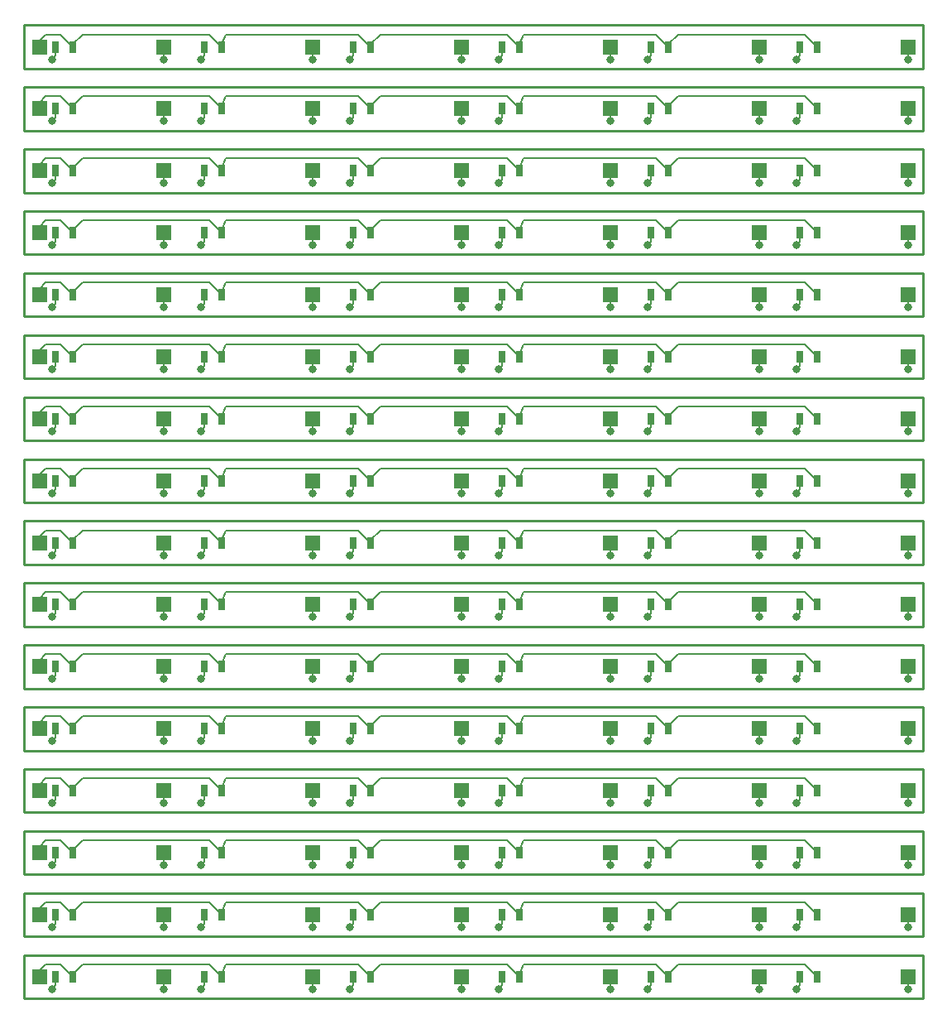
<source format=gbl>
G75*
G70*
%OFA0B0*%
%FSLAX25Y25*%
%IPPOS*%
%LPD*%
%AMOC8*
5,1,8,0,0,1.08239X$1,22.5*
%
%ADD11C,0.01000*%
%ADD14C,0.03170*%
%ADD15C,0.00600*%
%ADD17R,0.03150X0.04720*%
%ADD21R,0.05910X0.05910*%
X0010000Y0010000D02*
G75*
%LPD*%
D11*
X0010000Y0010000D02*
X0010000Y0027460D01*
X0372500Y0027460D01*
X0372500Y0010000D01*
X0010000Y0010000D01*
D17*
X0022710Y0018750D03*
X0029790Y0018750D03*
X0082710Y0018750D03*
X0089790Y0018750D03*
X0142710Y0018750D03*
X0149790Y0018750D03*
X0202710Y0018750D03*
X0209790Y0018750D03*
X0262710Y0018750D03*
X0269790Y0018750D03*
X0322710Y0018750D03*
X0329790Y0018750D03*
D21*
X0306250Y0018750D03*
X0246250Y0018750D03*
X0186250Y0018750D03*
X0126250Y0018750D03*
X0066250Y0018750D03*
X0016250Y0018750D03*
X0366250Y0018750D03*
D15*
X0366250Y0013750D01*
X0322710Y0015210D02*
X0321250Y0013750D01*
X0306250Y0013750D02*
X0306250Y0018750D01*
X0322710Y0018750D02*
X0322710Y0015210D01*
X0262710Y0015210D02*
X0261250Y0013750D01*
X0246250Y0013750D02*
X0246250Y0018750D01*
X0262710Y0018750D02*
X0262710Y0015210D01*
X0202710Y0015210D02*
X0201250Y0013750D01*
X0186250Y0013750D02*
X0186250Y0018750D01*
X0202710Y0018750D02*
X0202710Y0015210D01*
X0209790Y0018750D02*
X0209790Y0019790D01*
X0211250Y0023750D01*
X0264790Y0023750D01*
X0269790Y0018750D01*
X0269790Y0019790D01*
X0273750Y0023750D01*
X0324790Y0023750D01*
X0329790Y0018750D01*
X0209790Y0018750D02*
X0204790Y0023750D01*
X0153750Y0023750D01*
X0149790Y0019790D01*
X0149790Y0018750D01*
X0144790Y0023750D01*
X0091250Y0023750D01*
X0089790Y0019790D01*
X0089790Y0018750D01*
X0084790Y0023750D01*
X0033750Y0023750D01*
X0029790Y0019790D01*
X0029790Y0018750D01*
X0024790Y0023750D01*
X0018750Y0023750D01*
X0016250Y0021250D01*
X0016250Y0018750D01*
X0022710Y0018750D02*
X0022710Y0015210D01*
X0021250Y0013750D01*
X0066250Y0013750D02*
X0066250Y0018750D01*
X0082710Y0018750D02*
X0082710Y0015210D01*
X0081250Y0013750D01*
X0126250Y0013750D02*
X0126250Y0018750D01*
X0142710Y0018750D02*
X0142710Y0015210D01*
X0141250Y0013750D01*
D14*
X0141250Y0013750D03*
X0126250Y0013750D03*
X0081250Y0013750D03*
X0066250Y0013750D03*
X0021250Y0013750D03*
X0186250Y0013750D03*
X0201250Y0013750D03*
X0246250Y0013750D03*
X0261250Y0013750D03*
X0306250Y0013750D03*
X0321250Y0013750D03*
X0366250Y0013750D03*
X0010000Y0034960D02*
G75*
%LPD*%
D11*
X0010000Y0034960D02*
X0010000Y0052420D01*
X0372500Y0052420D01*
X0372500Y0034960D01*
X0010000Y0034960D01*
D17*
X0022710Y0043710D03*
X0029790Y0043710D03*
X0082710Y0043710D03*
X0089790Y0043710D03*
X0142710Y0043710D03*
X0149790Y0043710D03*
X0202710Y0043710D03*
X0209790Y0043710D03*
X0262710Y0043710D03*
X0269790Y0043710D03*
X0322710Y0043710D03*
X0329790Y0043710D03*
D21*
X0306250Y0043710D03*
X0246250Y0043710D03*
X0186250Y0043710D03*
X0126250Y0043710D03*
X0066250Y0043710D03*
X0016250Y0043710D03*
X0366250Y0043710D03*
D15*
X0366250Y0038710D01*
X0322710Y0040170D02*
X0321250Y0038710D01*
X0306250Y0038710D02*
X0306250Y0043710D01*
X0322710Y0043710D02*
X0322710Y0040170D01*
X0262710Y0040170D02*
X0261250Y0038710D01*
X0246250Y0038710D02*
X0246250Y0043710D01*
X0262710Y0043710D02*
X0262710Y0040170D01*
X0202710Y0040170D02*
X0201250Y0038710D01*
X0186250Y0038710D02*
X0186250Y0043710D01*
X0202710Y0043710D02*
X0202710Y0040170D01*
X0209790Y0043710D02*
X0209790Y0044750D01*
X0211250Y0048710D01*
X0264790Y0048710D01*
X0269790Y0043710D01*
X0269790Y0044750D01*
X0273750Y0048710D01*
X0324790Y0048710D01*
X0329790Y0043710D01*
X0209790Y0043710D02*
X0204790Y0048710D01*
X0153750Y0048710D01*
X0149790Y0044750D01*
X0149790Y0043710D01*
X0144790Y0048710D01*
X0091250Y0048710D01*
X0089790Y0044750D01*
X0089790Y0043710D01*
X0084790Y0048710D01*
X0033750Y0048710D01*
X0029790Y0044750D01*
X0029790Y0043710D01*
X0024790Y0048710D01*
X0018750Y0048710D01*
X0016250Y0046210D01*
X0016250Y0043710D01*
X0022710Y0043710D02*
X0022710Y0040170D01*
X0021250Y0038710D01*
X0066250Y0038710D02*
X0066250Y0043710D01*
X0082710Y0043710D02*
X0082710Y0040170D01*
X0081250Y0038710D01*
X0126250Y0038710D02*
X0126250Y0043710D01*
X0142710Y0043710D02*
X0142710Y0040170D01*
X0141250Y0038710D01*
D14*
X0141250Y0038710D03*
X0126250Y0038710D03*
X0081250Y0038710D03*
X0066250Y0038710D03*
X0021250Y0038710D03*
X0186250Y0038710D03*
X0201250Y0038710D03*
X0246250Y0038710D03*
X0261250Y0038710D03*
X0306250Y0038710D03*
X0321250Y0038710D03*
X0366250Y0038710D03*
X0010000Y0059920D02*
G75*
%LPD*%
D11*
X0010000Y0059920D02*
X0010000Y0077380D01*
X0372500Y0077380D01*
X0372500Y0059920D01*
X0010000Y0059920D01*
D17*
X0022710Y0068670D03*
X0029790Y0068670D03*
X0082710Y0068670D03*
X0089790Y0068670D03*
X0142710Y0068670D03*
X0149790Y0068670D03*
X0202710Y0068670D03*
X0209790Y0068670D03*
X0262710Y0068670D03*
X0269790Y0068670D03*
X0322710Y0068670D03*
X0329790Y0068670D03*
D21*
X0306250Y0068670D03*
X0246250Y0068670D03*
X0186250Y0068670D03*
X0126250Y0068670D03*
X0066250Y0068670D03*
X0016250Y0068670D03*
X0366250Y0068670D03*
D15*
X0366250Y0063670D01*
X0322710Y0065130D02*
X0321250Y0063670D01*
X0306250Y0063670D02*
X0306250Y0068670D01*
X0322710Y0068670D02*
X0322710Y0065130D01*
X0262710Y0065130D02*
X0261250Y0063670D01*
X0246250Y0063670D02*
X0246250Y0068670D01*
X0262710Y0068670D02*
X0262710Y0065130D01*
X0202710Y0065130D02*
X0201250Y0063670D01*
X0186250Y0063670D02*
X0186250Y0068670D01*
X0202710Y0068670D02*
X0202710Y0065130D01*
X0209790Y0068670D02*
X0209790Y0069710D01*
X0211250Y0073670D01*
X0264790Y0073670D01*
X0269790Y0068670D01*
X0269790Y0069710D01*
X0273750Y0073670D01*
X0324790Y0073670D01*
X0329790Y0068670D01*
X0209790Y0068670D02*
X0204790Y0073670D01*
X0153750Y0073670D01*
X0149790Y0069710D01*
X0149790Y0068670D01*
X0144790Y0073670D01*
X0091250Y0073670D01*
X0089790Y0069710D01*
X0089790Y0068670D01*
X0084790Y0073670D01*
X0033750Y0073670D01*
X0029790Y0069710D01*
X0029790Y0068670D01*
X0024790Y0073670D01*
X0018750Y0073670D01*
X0016250Y0071170D01*
X0016250Y0068670D01*
X0022710Y0068670D02*
X0022710Y0065130D01*
X0021250Y0063670D01*
X0066250Y0063670D02*
X0066250Y0068670D01*
X0082710Y0068670D02*
X0082710Y0065130D01*
X0081250Y0063670D01*
X0126250Y0063670D02*
X0126250Y0068670D01*
X0142710Y0068670D02*
X0142710Y0065130D01*
X0141250Y0063670D01*
D14*
X0141250Y0063670D03*
X0126250Y0063670D03*
X0081250Y0063670D03*
X0066250Y0063670D03*
X0021250Y0063670D03*
X0186250Y0063670D03*
X0201250Y0063670D03*
X0246250Y0063670D03*
X0261250Y0063670D03*
X0306250Y0063670D03*
X0321250Y0063670D03*
X0366250Y0063670D03*
X0010000Y0084880D02*
G75*
%LPD*%
D11*
X0010000Y0084880D02*
X0010000Y0102340D01*
X0372500Y0102340D01*
X0372500Y0084880D01*
X0010000Y0084880D01*
D17*
X0022710Y0093630D03*
X0029790Y0093630D03*
X0082710Y0093630D03*
X0089790Y0093630D03*
X0142710Y0093630D03*
X0149790Y0093630D03*
X0202710Y0093630D03*
X0209790Y0093630D03*
X0262710Y0093630D03*
X0269790Y0093630D03*
X0322710Y0093630D03*
X0329790Y0093630D03*
D21*
X0306250Y0093630D03*
X0246250Y0093630D03*
X0186250Y0093630D03*
X0126250Y0093630D03*
X0066250Y0093630D03*
X0016250Y0093630D03*
X0366250Y0093630D03*
D15*
X0366250Y0088630D01*
X0322710Y0090090D02*
X0321250Y0088630D01*
X0306250Y0088630D02*
X0306250Y0093630D01*
X0322710Y0093630D02*
X0322710Y0090090D01*
X0262710Y0090090D02*
X0261250Y0088630D01*
X0246250Y0088630D02*
X0246250Y0093630D01*
X0262710Y0093630D02*
X0262710Y0090090D01*
X0202710Y0090090D02*
X0201250Y0088630D01*
X0186250Y0088630D02*
X0186250Y0093630D01*
X0202710Y0093630D02*
X0202710Y0090090D01*
X0209790Y0093630D02*
X0209790Y0094670D01*
X0211250Y0098630D01*
X0264790Y0098630D01*
X0269790Y0093630D01*
X0269790Y0094670D01*
X0273750Y0098630D01*
X0324790Y0098630D01*
X0329790Y0093630D01*
X0209790Y0093630D02*
X0204790Y0098630D01*
X0153750Y0098630D01*
X0149790Y0094670D01*
X0149790Y0093630D01*
X0144790Y0098630D01*
X0091250Y0098630D01*
X0089790Y0094670D01*
X0089790Y0093630D01*
X0084790Y0098630D01*
X0033750Y0098630D01*
X0029790Y0094670D01*
X0029790Y0093630D01*
X0024790Y0098630D01*
X0018750Y0098630D01*
X0016250Y0096130D01*
X0016250Y0093630D01*
X0022710Y0093630D02*
X0022710Y0090090D01*
X0021250Y0088630D01*
X0066250Y0088630D02*
X0066250Y0093630D01*
X0082710Y0093630D02*
X0082710Y0090090D01*
X0081250Y0088630D01*
X0126250Y0088630D02*
X0126250Y0093630D01*
X0142710Y0093630D02*
X0142710Y0090090D01*
X0141250Y0088630D01*
D14*
X0141250Y0088630D03*
X0126250Y0088630D03*
X0081250Y0088630D03*
X0066250Y0088630D03*
X0021250Y0088630D03*
X0186250Y0088630D03*
X0201250Y0088630D03*
X0246250Y0088630D03*
X0261250Y0088630D03*
X0306250Y0088630D03*
X0321250Y0088630D03*
X0366250Y0088630D03*
X0010000Y0109840D02*
G75*
%LPD*%
D11*
X0010000Y0109840D02*
X0010000Y0127300D01*
X0372500Y0127300D01*
X0372500Y0109840D01*
X0010000Y0109840D01*
D17*
X0022710Y0118590D03*
X0029790Y0118590D03*
X0082710Y0118590D03*
X0089790Y0118590D03*
X0142710Y0118590D03*
X0149790Y0118590D03*
X0202710Y0118590D03*
X0209790Y0118590D03*
X0262710Y0118590D03*
X0269790Y0118590D03*
X0322710Y0118590D03*
X0329790Y0118590D03*
D21*
X0306250Y0118590D03*
X0246250Y0118590D03*
X0186250Y0118590D03*
X0126250Y0118590D03*
X0066250Y0118590D03*
X0016250Y0118590D03*
X0366250Y0118590D03*
D15*
X0366250Y0113590D01*
X0322710Y0115050D02*
X0321250Y0113590D01*
X0306250Y0113590D02*
X0306250Y0118590D01*
X0322710Y0118590D02*
X0322710Y0115050D01*
X0262710Y0115050D02*
X0261250Y0113590D01*
X0246250Y0113590D02*
X0246250Y0118590D01*
X0262710Y0118590D02*
X0262710Y0115050D01*
X0202710Y0115050D02*
X0201250Y0113590D01*
X0186250Y0113590D02*
X0186250Y0118590D01*
X0202710Y0118590D02*
X0202710Y0115050D01*
X0209790Y0118590D02*
X0209790Y0119630D01*
X0211250Y0123590D01*
X0264790Y0123590D01*
X0269790Y0118590D01*
X0269790Y0119630D01*
X0273750Y0123590D01*
X0324790Y0123590D01*
X0329790Y0118590D01*
X0209790Y0118590D02*
X0204790Y0123590D01*
X0153750Y0123590D01*
X0149790Y0119630D01*
X0149790Y0118590D01*
X0144790Y0123590D01*
X0091250Y0123590D01*
X0089790Y0119630D01*
X0089790Y0118590D01*
X0084790Y0123590D01*
X0033750Y0123590D01*
X0029790Y0119630D01*
X0029790Y0118590D01*
X0024790Y0123590D01*
X0018750Y0123590D01*
X0016250Y0121090D01*
X0016250Y0118590D01*
X0022710Y0118590D02*
X0022710Y0115050D01*
X0021250Y0113590D01*
X0066250Y0113590D02*
X0066250Y0118590D01*
X0082710Y0118590D02*
X0082710Y0115050D01*
X0081250Y0113590D01*
X0126250Y0113590D02*
X0126250Y0118590D01*
X0142710Y0118590D02*
X0142710Y0115050D01*
X0141250Y0113590D01*
D14*
X0141250Y0113590D03*
X0126250Y0113590D03*
X0081250Y0113590D03*
X0066250Y0113590D03*
X0021250Y0113590D03*
X0186250Y0113590D03*
X0201250Y0113590D03*
X0246250Y0113590D03*
X0261250Y0113590D03*
X0306250Y0113590D03*
X0321250Y0113590D03*
X0366250Y0113590D03*
X0010000Y0134800D02*
G75*
%LPD*%
D11*
X0010000Y0134800D02*
X0010000Y0152260D01*
X0372500Y0152260D01*
X0372500Y0134800D01*
X0010000Y0134800D01*
D17*
X0022710Y0143550D03*
X0029790Y0143550D03*
X0082710Y0143550D03*
X0089790Y0143550D03*
X0142710Y0143550D03*
X0149790Y0143550D03*
X0202710Y0143550D03*
X0209790Y0143550D03*
X0262710Y0143550D03*
X0269790Y0143550D03*
X0322710Y0143550D03*
X0329790Y0143550D03*
D21*
X0306250Y0143550D03*
X0246250Y0143550D03*
X0186250Y0143550D03*
X0126250Y0143550D03*
X0066250Y0143550D03*
X0016250Y0143550D03*
X0366250Y0143550D03*
D15*
X0366250Y0138550D01*
X0322710Y0140010D02*
X0321250Y0138550D01*
X0306250Y0138550D02*
X0306250Y0143550D01*
X0322710Y0143550D02*
X0322710Y0140010D01*
X0262710Y0140010D02*
X0261250Y0138550D01*
X0246250Y0138550D02*
X0246250Y0143550D01*
X0262710Y0143550D02*
X0262710Y0140010D01*
X0202710Y0140010D02*
X0201250Y0138550D01*
X0186250Y0138550D02*
X0186250Y0143550D01*
X0202710Y0143550D02*
X0202710Y0140010D01*
X0209790Y0143550D02*
X0209790Y0144590D01*
X0211250Y0148550D01*
X0264790Y0148550D01*
X0269790Y0143550D01*
X0269790Y0144590D01*
X0273750Y0148550D01*
X0324790Y0148550D01*
X0329790Y0143550D01*
X0209790Y0143550D02*
X0204790Y0148550D01*
X0153750Y0148550D01*
X0149790Y0144590D01*
X0149790Y0143550D01*
X0144790Y0148550D01*
X0091250Y0148550D01*
X0089790Y0144590D01*
X0089790Y0143550D01*
X0084790Y0148550D01*
X0033750Y0148550D01*
X0029790Y0144590D01*
X0029790Y0143550D01*
X0024790Y0148550D01*
X0018750Y0148550D01*
X0016250Y0146050D01*
X0016250Y0143550D01*
X0022710Y0143550D02*
X0022710Y0140010D01*
X0021250Y0138550D01*
X0066250Y0138550D02*
X0066250Y0143550D01*
X0082710Y0143550D02*
X0082710Y0140010D01*
X0081250Y0138550D01*
X0126250Y0138550D02*
X0126250Y0143550D01*
X0142710Y0143550D02*
X0142710Y0140010D01*
X0141250Y0138550D01*
D14*
X0141250Y0138550D03*
X0126250Y0138550D03*
X0081250Y0138550D03*
X0066250Y0138550D03*
X0021250Y0138550D03*
X0186250Y0138550D03*
X0201250Y0138550D03*
X0246250Y0138550D03*
X0261250Y0138550D03*
X0306250Y0138550D03*
X0321250Y0138550D03*
X0366250Y0138550D03*
X0010000Y0159760D02*
G75*
%LPD*%
D11*
X0010000Y0159760D02*
X0010000Y0177220D01*
X0372500Y0177220D01*
X0372500Y0159760D01*
X0010000Y0159760D01*
D17*
X0022710Y0168510D03*
X0029790Y0168510D03*
X0082710Y0168510D03*
X0089790Y0168510D03*
X0142710Y0168510D03*
X0149790Y0168510D03*
X0202710Y0168510D03*
X0209790Y0168510D03*
X0262710Y0168510D03*
X0269790Y0168510D03*
X0322710Y0168510D03*
X0329790Y0168510D03*
D21*
X0306250Y0168510D03*
X0246250Y0168510D03*
X0186250Y0168510D03*
X0126250Y0168510D03*
X0066250Y0168510D03*
X0016250Y0168510D03*
X0366250Y0168510D03*
D15*
X0366250Y0163510D01*
X0322710Y0164970D02*
X0321250Y0163510D01*
X0306250Y0163510D02*
X0306250Y0168510D01*
X0322710Y0168510D02*
X0322710Y0164970D01*
X0262710Y0164970D02*
X0261250Y0163510D01*
X0246250Y0163510D02*
X0246250Y0168510D01*
X0262710Y0168510D02*
X0262710Y0164970D01*
X0202710Y0164970D02*
X0201250Y0163510D01*
X0186250Y0163510D02*
X0186250Y0168510D01*
X0202710Y0168510D02*
X0202710Y0164970D01*
X0209790Y0168510D02*
X0209790Y0169550D01*
X0211250Y0173510D01*
X0264790Y0173510D01*
X0269790Y0168510D01*
X0269790Y0169550D01*
X0273750Y0173510D01*
X0324790Y0173510D01*
X0329790Y0168510D01*
X0209790Y0168510D02*
X0204790Y0173510D01*
X0153750Y0173510D01*
X0149790Y0169550D01*
X0149790Y0168510D01*
X0144790Y0173510D01*
X0091250Y0173510D01*
X0089790Y0169550D01*
X0089790Y0168510D01*
X0084790Y0173510D01*
X0033750Y0173510D01*
X0029790Y0169550D01*
X0029790Y0168510D01*
X0024790Y0173510D01*
X0018750Y0173510D01*
X0016250Y0171010D01*
X0016250Y0168510D01*
X0022710Y0168510D02*
X0022710Y0164970D01*
X0021250Y0163510D01*
X0066250Y0163510D02*
X0066250Y0168510D01*
X0082710Y0168510D02*
X0082710Y0164970D01*
X0081250Y0163510D01*
X0126250Y0163510D02*
X0126250Y0168510D01*
X0142710Y0168510D02*
X0142710Y0164970D01*
X0141250Y0163510D01*
D14*
X0141250Y0163510D03*
X0126250Y0163510D03*
X0081250Y0163510D03*
X0066250Y0163510D03*
X0021250Y0163510D03*
X0186250Y0163510D03*
X0201250Y0163510D03*
X0246250Y0163510D03*
X0261250Y0163510D03*
X0306250Y0163510D03*
X0321250Y0163510D03*
X0366250Y0163510D03*
X0010000Y0184720D02*
G75*
%LPD*%
D11*
X0010000Y0184720D02*
X0010000Y0202180D01*
X0372500Y0202180D01*
X0372500Y0184720D01*
X0010000Y0184720D01*
D17*
X0022710Y0193470D03*
X0029790Y0193470D03*
X0082710Y0193470D03*
X0089790Y0193470D03*
X0142710Y0193470D03*
X0149790Y0193470D03*
X0202710Y0193470D03*
X0209790Y0193470D03*
X0262710Y0193470D03*
X0269790Y0193470D03*
X0322710Y0193470D03*
X0329790Y0193470D03*
D21*
X0306250Y0193470D03*
X0246250Y0193470D03*
X0186250Y0193470D03*
X0126250Y0193470D03*
X0066250Y0193470D03*
X0016250Y0193470D03*
X0366250Y0193470D03*
D15*
X0366250Y0188470D01*
X0322710Y0189930D02*
X0321250Y0188470D01*
X0306250Y0188470D02*
X0306250Y0193470D01*
X0322710Y0193470D02*
X0322710Y0189930D01*
X0262710Y0189930D02*
X0261250Y0188470D01*
X0246250Y0188470D02*
X0246250Y0193470D01*
X0262710Y0193470D02*
X0262710Y0189930D01*
X0202710Y0189930D02*
X0201250Y0188470D01*
X0186250Y0188470D02*
X0186250Y0193470D01*
X0202710Y0193470D02*
X0202710Y0189930D01*
X0209790Y0193470D02*
X0209790Y0194510D01*
X0211250Y0198470D01*
X0264790Y0198470D01*
X0269790Y0193470D01*
X0269790Y0194510D01*
X0273750Y0198470D01*
X0324790Y0198470D01*
X0329790Y0193470D01*
X0209790Y0193470D02*
X0204790Y0198470D01*
X0153750Y0198470D01*
X0149790Y0194510D01*
X0149790Y0193470D01*
X0144790Y0198470D01*
X0091250Y0198470D01*
X0089790Y0194510D01*
X0089790Y0193470D01*
X0084790Y0198470D01*
X0033750Y0198470D01*
X0029790Y0194510D01*
X0029790Y0193470D01*
X0024790Y0198470D01*
X0018750Y0198470D01*
X0016250Y0195970D01*
X0016250Y0193470D01*
X0022710Y0193470D02*
X0022710Y0189930D01*
X0021250Y0188470D01*
X0066250Y0188470D02*
X0066250Y0193470D01*
X0082710Y0193470D02*
X0082710Y0189930D01*
X0081250Y0188470D01*
X0126250Y0188470D02*
X0126250Y0193470D01*
X0142710Y0193470D02*
X0142710Y0189930D01*
X0141250Y0188470D01*
D14*
X0141250Y0188470D03*
X0126250Y0188470D03*
X0081250Y0188470D03*
X0066250Y0188470D03*
X0021250Y0188470D03*
X0186250Y0188470D03*
X0201250Y0188470D03*
X0246250Y0188470D03*
X0261250Y0188470D03*
X0306250Y0188470D03*
X0321250Y0188470D03*
X0366250Y0188470D03*
X0010000Y0209680D02*
G75*
%LPD*%
D11*
X0010000Y0209680D02*
X0010000Y0227140D01*
X0372500Y0227140D01*
X0372500Y0209680D01*
X0010000Y0209680D01*
D17*
X0022710Y0218430D03*
X0029790Y0218430D03*
X0082710Y0218430D03*
X0089790Y0218430D03*
X0142710Y0218430D03*
X0149790Y0218430D03*
X0202710Y0218430D03*
X0209790Y0218430D03*
X0262710Y0218430D03*
X0269790Y0218430D03*
X0322710Y0218430D03*
X0329790Y0218430D03*
D21*
X0306250Y0218430D03*
X0246250Y0218430D03*
X0186250Y0218430D03*
X0126250Y0218430D03*
X0066250Y0218430D03*
X0016250Y0218430D03*
X0366250Y0218430D03*
D15*
X0366250Y0213430D01*
X0322710Y0214890D02*
X0321250Y0213430D01*
X0306250Y0213430D02*
X0306250Y0218430D01*
X0322710Y0218430D02*
X0322710Y0214890D01*
X0262710Y0214890D02*
X0261250Y0213430D01*
X0246250Y0213430D02*
X0246250Y0218430D01*
X0262710Y0218430D02*
X0262710Y0214890D01*
X0202710Y0214890D02*
X0201250Y0213430D01*
X0186250Y0213430D02*
X0186250Y0218430D01*
X0202710Y0218430D02*
X0202710Y0214890D01*
X0209790Y0218430D02*
X0209790Y0219470D01*
X0211250Y0223430D01*
X0264790Y0223430D01*
X0269790Y0218430D01*
X0269790Y0219470D01*
X0273750Y0223430D01*
X0324790Y0223430D01*
X0329790Y0218430D01*
X0209790Y0218430D02*
X0204790Y0223430D01*
X0153750Y0223430D01*
X0149790Y0219470D01*
X0149790Y0218430D01*
X0144790Y0223430D01*
X0091250Y0223430D01*
X0089790Y0219470D01*
X0089790Y0218430D01*
X0084790Y0223430D01*
X0033750Y0223430D01*
X0029790Y0219470D01*
X0029790Y0218430D01*
X0024790Y0223430D01*
X0018750Y0223430D01*
X0016250Y0220930D01*
X0016250Y0218430D01*
X0022710Y0218430D02*
X0022710Y0214890D01*
X0021250Y0213430D01*
X0066250Y0213430D02*
X0066250Y0218430D01*
X0082710Y0218430D02*
X0082710Y0214890D01*
X0081250Y0213430D01*
X0126250Y0213430D02*
X0126250Y0218430D01*
X0142710Y0218430D02*
X0142710Y0214890D01*
X0141250Y0213430D01*
D14*
X0141250Y0213430D03*
X0126250Y0213430D03*
X0081250Y0213430D03*
X0066250Y0213430D03*
X0021250Y0213430D03*
X0186250Y0213430D03*
X0201250Y0213430D03*
X0246250Y0213430D03*
X0261250Y0213430D03*
X0306250Y0213430D03*
X0321250Y0213430D03*
X0366250Y0213430D03*
X0010000Y0234640D02*
G75*
%LPD*%
D11*
X0010000Y0234640D02*
X0010000Y0252100D01*
X0372500Y0252100D01*
X0372500Y0234640D01*
X0010000Y0234640D01*
D17*
X0022710Y0243390D03*
X0029790Y0243390D03*
X0082710Y0243390D03*
X0089790Y0243390D03*
X0142710Y0243390D03*
X0149790Y0243390D03*
X0202710Y0243390D03*
X0209790Y0243390D03*
X0262710Y0243390D03*
X0269790Y0243390D03*
X0322710Y0243390D03*
X0329790Y0243390D03*
D21*
X0306250Y0243390D03*
X0246250Y0243390D03*
X0186250Y0243390D03*
X0126250Y0243390D03*
X0066250Y0243390D03*
X0016250Y0243390D03*
X0366250Y0243390D03*
D15*
X0366250Y0238390D01*
X0322710Y0239850D02*
X0321250Y0238390D01*
X0306250Y0238390D02*
X0306250Y0243390D01*
X0322710Y0243390D02*
X0322710Y0239850D01*
X0262710Y0239850D02*
X0261250Y0238390D01*
X0246250Y0238390D02*
X0246250Y0243390D01*
X0262710Y0243390D02*
X0262710Y0239850D01*
X0202710Y0239850D02*
X0201250Y0238390D01*
X0186250Y0238390D02*
X0186250Y0243390D01*
X0202710Y0243390D02*
X0202710Y0239850D01*
X0209790Y0243390D02*
X0209790Y0244430D01*
X0211250Y0248390D01*
X0264790Y0248390D01*
X0269790Y0243390D01*
X0269790Y0244430D01*
X0273750Y0248390D01*
X0324790Y0248390D01*
X0329790Y0243390D01*
X0209790Y0243390D02*
X0204790Y0248390D01*
X0153750Y0248390D01*
X0149790Y0244430D01*
X0149790Y0243390D01*
X0144790Y0248390D01*
X0091250Y0248390D01*
X0089790Y0244430D01*
X0089790Y0243390D01*
X0084790Y0248390D01*
X0033750Y0248390D01*
X0029790Y0244430D01*
X0029790Y0243390D01*
X0024790Y0248390D01*
X0018750Y0248390D01*
X0016250Y0245890D01*
X0016250Y0243390D01*
X0022710Y0243390D02*
X0022710Y0239850D01*
X0021250Y0238390D01*
X0066250Y0238390D02*
X0066250Y0243390D01*
X0082710Y0243390D02*
X0082710Y0239850D01*
X0081250Y0238390D01*
X0126250Y0238390D02*
X0126250Y0243390D01*
X0142710Y0243390D02*
X0142710Y0239850D01*
X0141250Y0238390D01*
D14*
X0141250Y0238390D03*
X0126250Y0238390D03*
X0081250Y0238390D03*
X0066250Y0238390D03*
X0021250Y0238390D03*
X0186250Y0238390D03*
X0201250Y0238390D03*
X0246250Y0238390D03*
X0261250Y0238390D03*
X0306250Y0238390D03*
X0321250Y0238390D03*
X0366250Y0238390D03*
X0010000Y0259600D02*
G75*
%LPD*%
D11*
X0010000Y0259600D02*
X0010000Y0277060D01*
X0372500Y0277060D01*
X0372500Y0259600D01*
X0010000Y0259600D01*
D17*
X0022710Y0268350D03*
X0029790Y0268350D03*
X0082710Y0268350D03*
X0089790Y0268350D03*
X0142710Y0268350D03*
X0149790Y0268350D03*
X0202710Y0268350D03*
X0209790Y0268350D03*
X0262710Y0268350D03*
X0269790Y0268350D03*
X0322710Y0268350D03*
X0329790Y0268350D03*
D21*
X0306250Y0268350D03*
X0246250Y0268350D03*
X0186250Y0268350D03*
X0126250Y0268350D03*
X0066250Y0268350D03*
X0016250Y0268350D03*
X0366250Y0268350D03*
D15*
X0366250Y0263350D01*
X0322710Y0264810D02*
X0321250Y0263350D01*
X0306250Y0263350D02*
X0306250Y0268350D01*
X0322710Y0268350D02*
X0322710Y0264810D01*
X0262710Y0264810D02*
X0261250Y0263350D01*
X0246250Y0263350D02*
X0246250Y0268350D01*
X0262710Y0268350D02*
X0262710Y0264810D01*
X0202710Y0264810D02*
X0201250Y0263350D01*
X0186250Y0263350D02*
X0186250Y0268350D01*
X0202710Y0268350D02*
X0202710Y0264810D01*
X0209790Y0268350D02*
X0209790Y0269390D01*
X0211250Y0273350D01*
X0264790Y0273350D01*
X0269790Y0268350D01*
X0269790Y0269390D01*
X0273750Y0273350D01*
X0324790Y0273350D01*
X0329790Y0268350D01*
X0209790Y0268350D02*
X0204790Y0273350D01*
X0153750Y0273350D01*
X0149790Y0269390D01*
X0149790Y0268350D01*
X0144790Y0273350D01*
X0091250Y0273350D01*
X0089790Y0269390D01*
X0089790Y0268350D01*
X0084790Y0273350D01*
X0033750Y0273350D01*
X0029790Y0269390D01*
X0029790Y0268350D01*
X0024790Y0273350D01*
X0018750Y0273350D01*
X0016250Y0270850D01*
X0016250Y0268350D01*
X0022710Y0268350D02*
X0022710Y0264810D01*
X0021250Y0263350D01*
X0066250Y0263350D02*
X0066250Y0268350D01*
X0082710Y0268350D02*
X0082710Y0264810D01*
X0081250Y0263350D01*
X0126250Y0263350D02*
X0126250Y0268350D01*
X0142710Y0268350D02*
X0142710Y0264810D01*
X0141250Y0263350D01*
D14*
X0141250Y0263350D03*
X0126250Y0263350D03*
X0081250Y0263350D03*
X0066250Y0263350D03*
X0021250Y0263350D03*
X0186250Y0263350D03*
X0201250Y0263350D03*
X0246250Y0263350D03*
X0261250Y0263350D03*
X0306250Y0263350D03*
X0321250Y0263350D03*
X0366250Y0263350D03*
X0010000Y0284560D02*
G75*
%LPD*%
D11*
X0010000Y0284560D02*
X0010000Y0302020D01*
X0372500Y0302020D01*
X0372500Y0284560D01*
X0010000Y0284560D01*
D17*
X0022710Y0293310D03*
X0029790Y0293310D03*
X0082710Y0293310D03*
X0089790Y0293310D03*
X0142710Y0293310D03*
X0149790Y0293310D03*
X0202710Y0293310D03*
X0209790Y0293310D03*
X0262710Y0293310D03*
X0269790Y0293310D03*
X0322710Y0293310D03*
X0329790Y0293310D03*
D21*
X0306250Y0293310D03*
X0246250Y0293310D03*
X0186250Y0293310D03*
X0126250Y0293310D03*
X0066250Y0293310D03*
X0016250Y0293310D03*
X0366250Y0293310D03*
D15*
X0366250Y0288310D01*
X0322710Y0289770D02*
X0321250Y0288310D01*
X0306250Y0288310D02*
X0306250Y0293310D01*
X0322710Y0293310D02*
X0322710Y0289770D01*
X0262710Y0289770D02*
X0261250Y0288310D01*
X0246250Y0288310D02*
X0246250Y0293310D01*
X0262710Y0293310D02*
X0262710Y0289770D01*
X0202710Y0289770D02*
X0201250Y0288310D01*
X0186250Y0288310D02*
X0186250Y0293310D01*
X0202710Y0293310D02*
X0202710Y0289770D01*
X0209790Y0293310D02*
X0209790Y0294350D01*
X0211250Y0298310D01*
X0264790Y0298310D01*
X0269790Y0293310D01*
X0269790Y0294350D01*
X0273750Y0298310D01*
X0324790Y0298310D01*
X0329790Y0293310D01*
X0209790Y0293310D02*
X0204790Y0298310D01*
X0153750Y0298310D01*
X0149790Y0294350D01*
X0149790Y0293310D01*
X0144790Y0298310D01*
X0091250Y0298310D01*
X0089790Y0294350D01*
X0089790Y0293310D01*
X0084790Y0298310D01*
X0033750Y0298310D01*
X0029790Y0294350D01*
X0029790Y0293310D01*
X0024790Y0298310D01*
X0018750Y0298310D01*
X0016250Y0295810D01*
X0016250Y0293310D01*
X0022710Y0293310D02*
X0022710Y0289770D01*
X0021250Y0288310D01*
X0066250Y0288310D02*
X0066250Y0293310D01*
X0082710Y0293310D02*
X0082710Y0289770D01*
X0081250Y0288310D01*
X0126250Y0288310D02*
X0126250Y0293310D01*
X0142710Y0293310D02*
X0142710Y0289770D01*
X0141250Y0288310D01*
D14*
X0141250Y0288310D03*
X0126250Y0288310D03*
X0081250Y0288310D03*
X0066250Y0288310D03*
X0021250Y0288310D03*
X0186250Y0288310D03*
X0201250Y0288310D03*
X0246250Y0288310D03*
X0261250Y0288310D03*
X0306250Y0288310D03*
X0321250Y0288310D03*
X0366250Y0288310D03*
X0010000Y0309520D02*
G75*
%LPD*%
D11*
X0010000Y0309520D02*
X0010000Y0326980D01*
X0372500Y0326980D01*
X0372500Y0309520D01*
X0010000Y0309520D01*
D17*
X0022710Y0318270D03*
X0029790Y0318270D03*
X0082710Y0318270D03*
X0089790Y0318270D03*
X0142710Y0318270D03*
X0149790Y0318270D03*
X0202710Y0318270D03*
X0209790Y0318270D03*
X0262710Y0318270D03*
X0269790Y0318270D03*
X0322710Y0318270D03*
X0329790Y0318270D03*
D21*
X0306250Y0318270D03*
X0246250Y0318270D03*
X0186250Y0318270D03*
X0126250Y0318270D03*
X0066250Y0318270D03*
X0016250Y0318270D03*
X0366250Y0318270D03*
D15*
X0366250Y0313270D01*
X0322710Y0314730D02*
X0321250Y0313270D01*
X0306250Y0313270D02*
X0306250Y0318270D01*
X0322710Y0318270D02*
X0322710Y0314730D01*
X0262710Y0314730D02*
X0261250Y0313270D01*
X0246250Y0313270D02*
X0246250Y0318270D01*
X0262710Y0318270D02*
X0262710Y0314730D01*
X0202710Y0314730D02*
X0201250Y0313270D01*
X0186250Y0313270D02*
X0186250Y0318270D01*
X0202710Y0318270D02*
X0202710Y0314730D01*
X0209790Y0318270D02*
X0209790Y0319310D01*
X0211250Y0323270D01*
X0264790Y0323270D01*
X0269790Y0318270D01*
X0269790Y0319310D01*
X0273750Y0323270D01*
X0324790Y0323270D01*
X0329790Y0318270D01*
X0209790Y0318270D02*
X0204790Y0323270D01*
X0153750Y0323270D01*
X0149790Y0319310D01*
X0149790Y0318270D01*
X0144790Y0323270D01*
X0091250Y0323270D01*
X0089790Y0319310D01*
X0089790Y0318270D01*
X0084790Y0323270D01*
X0033750Y0323270D01*
X0029790Y0319310D01*
X0029790Y0318270D01*
X0024790Y0323270D01*
X0018750Y0323270D01*
X0016250Y0320770D01*
X0016250Y0318270D01*
X0022710Y0318270D02*
X0022710Y0314730D01*
X0021250Y0313270D01*
X0066250Y0313270D02*
X0066250Y0318270D01*
X0082710Y0318270D02*
X0082710Y0314730D01*
X0081250Y0313270D01*
X0126250Y0313270D02*
X0126250Y0318270D01*
X0142710Y0318270D02*
X0142710Y0314730D01*
X0141250Y0313270D01*
D14*
X0141250Y0313270D03*
X0126250Y0313270D03*
X0081250Y0313270D03*
X0066250Y0313270D03*
X0021250Y0313270D03*
X0186250Y0313270D03*
X0201250Y0313270D03*
X0246250Y0313270D03*
X0261250Y0313270D03*
X0306250Y0313270D03*
X0321250Y0313270D03*
X0366250Y0313270D03*
X0010000Y0334480D02*
G75*
%LPD*%
D11*
X0010000Y0334480D02*
X0010000Y0351940D01*
X0372500Y0351940D01*
X0372500Y0334480D01*
X0010000Y0334480D01*
D17*
X0022710Y0343230D03*
X0029790Y0343230D03*
X0082710Y0343230D03*
X0089790Y0343230D03*
X0142710Y0343230D03*
X0149790Y0343230D03*
X0202710Y0343230D03*
X0209790Y0343230D03*
X0262710Y0343230D03*
X0269790Y0343230D03*
X0322710Y0343230D03*
X0329790Y0343230D03*
D21*
X0306250Y0343230D03*
X0246250Y0343230D03*
X0186250Y0343230D03*
X0126250Y0343230D03*
X0066250Y0343230D03*
X0016250Y0343230D03*
X0366250Y0343230D03*
D15*
X0366250Y0338230D01*
X0322710Y0339690D02*
X0321250Y0338230D01*
X0306250Y0338230D02*
X0306250Y0343230D01*
X0322710Y0343230D02*
X0322710Y0339690D01*
X0262710Y0339690D02*
X0261250Y0338230D01*
X0246250Y0338230D02*
X0246250Y0343230D01*
X0262710Y0343230D02*
X0262710Y0339690D01*
X0202710Y0339690D02*
X0201250Y0338230D01*
X0186250Y0338230D02*
X0186250Y0343230D01*
X0202710Y0343230D02*
X0202710Y0339690D01*
X0209790Y0343230D02*
X0209790Y0344270D01*
X0211250Y0348230D01*
X0264790Y0348230D01*
X0269790Y0343230D01*
X0269790Y0344270D01*
X0273750Y0348230D01*
X0324790Y0348230D01*
X0329790Y0343230D01*
X0209790Y0343230D02*
X0204790Y0348230D01*
X0153750Y0348230D01*
X0149790Y0344270D01*
X0149790Y0343230D01*
X0144790Y0348230D01*
X0091250Y0348230D01*
X0089790Y0344270D01*
X0089790Y0343230D01*
X0084790Y0348230D01*
X0033750Y0348230D01*
X0029790Y0344270D01*
X0029790Y0343230D01*
X0024790Y0348230D01*
X0018750Y0348230D01*
X0016250Y0345730D01*
X0016250Y0343230D01*
X0022710Y0343230D02*
X0022710Y0339690D01*
X0021250Y0338230D01*
X0066250Y0338230D02*
X0066250Y0343230D01*
X0082710Y0343230D02*
X0082710Y0339690D01*
X0081250Y0338230D01*
X0126250Y0338230D02*
X0126250Y0343230D01*
X0142710Y0343230D02*
X0142710Y0339690D01*
X0141250Y0338230D01*
D14*
X0141250Y0338230D03*
X0126250Y0338230D03*
X0081250Y0338230D03*
X0066250Y0338230D03*
X0021250Y0338230D03*
X0186250Y0338230D03*
X0201250Y0338230D03*
X0246250Y0338230D03*
X0261250Y0338230D03*
X0306250Y0338230D03*
X0321250Y0338230D03*
X0366250Y0338230D03*
X0010000Y0359440D02*
G75*
%LPD*%
D11*
X0010000Y0359440D02*
X0010000Y0376900D01*
X0372500Y0376900D01*
X0372500Y0359440D01*
X0010000Y0359440D01*
D17*
X0022710Y0368190D03*
X0029790Y0368190D03*
X0082710Y0368190D03*
X0089790Y0368190D03*
X0142710Y0368190D03*
X0149790Y0368190D03*
X0202710Y0368190D03*
X0209790Y0368190D03*
X0262710Y0368190D03*
X0269790Y0368190D03*
X0322710Y0368190D03*
X0329790Y0368190D03*
D21*
X0306250Y0368190D03*
X0246250Y0368190D03*
X0186250Y0368190D03*
X0126250Y0368190D03*
X0066250Y0368190D03*
X0016250Y0368190D03*
X0366250Y0368190D03*
D15*
X0366250Y0363190D01*
X0322710Y0364650D02*
X0321250Y0363190D01*
X0306250Y0363190D02*
X0306250Y0368190D01*
X0322710Y0368190D02*
X0322710Y0364650D01*
X0262710Y0364650D02*
X0261250Y0363190D01*
X0246250Y0363190D02*
X0246250Y0368190D01*
X0262710Y0368190D02*
X0262710Y0364650D01*
X0202710Y0364650D02*
X0201250Y0363190D01*
X0186250Y0363190D02*
X0186250Y0368190D01*
X0202710Y0368190D02*
X0202710Y0364650D01*
X0209790Y0368190D02*
X0209790Y0369230D01*
X0211250Y0373190D01*
X0264790Y0373190D01*
X0269790Y0368190D01*
X0269790Y0369230D01*
X0273750Y0373190D01*
X0324790Y0373190D01*
X0329790Y0368190D01*
X0209790Y0368190D02*
X0204790Y0373190D01*
X0153750Y0373190D01*
X0149790Y0369230D01*
X0149790Y0368190D01*
X0144790Y0373190D01*
X0091250Y0373190D01*
X0089790Y0369230D01*
X0089790Y0368190D01*
X0084790Y0373190D01*
X0033750Y0373190D01*
X0029790Y0369230D01*
X0029790Y0368190D01*
X0024790Y0373190D01*
X0018750Y0373190D01*
X0016250Y0370690D01*
X0016250Y0368190D01*
X0022710Y0368190D02*
X0022710Y0364650D01*
X0021250Y0363190D01*
X0066250Y0363190D02*
X0066250Y0368190D01*
X0082710Y0368190D02*
X0082710Y0364650D01*
X0081250Y0363190D01*
X0126250Y0363190D02*
X0126250Y0368190D01*
X0142710Y0368190D02*
X0142710Y0364650D01*
X0141250Y0363190D01*
D14*
X0141250Y0363190D03*
X0126250Y0363190D03*
X0081250Y0363190D03*
X0066250Y0363190D03*
X0021250Y0363190D03*
X0186250Y0363190D03*
X0201250Y0363190D03*
X0246250Y0363190D03*
X0261250Y0363190D03*
X0306250Y0363190D03*
X0321250Y0363190D03*
X0366250Y0363190D03*
X0010000Y0384400D02*
G75*
%LPD*%
D11*
X0010000Y0384400D02*
X0010000Y0401860D01*
X0372500Y0401860D01*
X0372500Y0384400D01*
X0010000Y0384400D01*
D17*
X0022710Y0393150D03*
X0029790Y0393150D03*
X0082710Y0393150D03*
X0089790Y0393150D03*
X0142710Y0393150D03*
X0149790Y0393150D03*
X0202710Y0393150D03*
X0209790Y0393150D03*
X0262710Y0393150D03*
X0269790Y0393150D03*
X0322710Y0393150D03*
X0329790Y0393150D03*
D21*
X0306250Y0393150D03*
X0246250Y0393150D03*
X0186250Y0393150D03*
X0126250Y0393150D03*
X0066250Y0393150D03*
X0016250Y0393150D03*
X0366250Y0393150D03*
D15*
X0366250Y0388150D01*
X0322710Y0389610D02*
X0321250Y0388150D01*
X0306250Y0388150D02*
X0306250Y0393150D01*
X0322710Y0393150D02*
X0322710Y0389610D01*
X0262710Y0389610D02*
X0261250Y0388150D01*
X0246250Y0388150D02*
X0246250Y0393150D01*
X0262710Y0393150D02*
X0262710Y0389610D01*
X0202710Y0389610D02*
X0201250Y0388150D01*
X0186250Y0388150D02*
X0186250Y0393150D01*
X0202710Y0393150D02*
X0202710Y0389610D01*
X0209790Y0393150D02*
X0209790Y0394190D01*
X0211250Y0398150D01*
X0264790Y0398150D01*
X0269790Y0393150D01*
X0269790Y0394190D01*
X0273750Y0398150D01*
X0324790Y0398150D01*
X0329790Y0393150D01*
X0209790Y0393150D02*
X0204790Y0398150D01*
X0153750Y0398150D01*
X0149790Y0394190D01*
X0149790Y0393150D01*
X0144790Y0398150D01*
X0091250Y0398150D01*
X0089790Y0394190D01*
X0089790Y0393150D01*
X0084790Y0398150D01*
X0033750Y0398150D01*
X0029790Y0394190D01*
X0029790Y0393150D01*
X0024790Y0398150D01*
X0018750Y0398150D01*
X0016250Y0395650D01*
X0016250Y0393150D01*
X0022710Y0393150D02*
X0022710Y0389610D01*
X0021250Y0388150D01*
X0066250Y0388150D02*
X0066250Y0393150D01*
X0082710Y0393150D02*
X0082710Y0389610D01*
X0081250Y0388150D01*
X0126250Y0388150D02*
X0126250Y0393150D01*
X0142710Y0393150D02*
X0142710Y0389610D01*
X0141250Y0388150D01*
D14*
X0141250Y0388150D03*
X0126250Y0388150D03*
X0081250Y0388150D03*
X0066250Y0388150D03*
X0021250Y0388150D03*
X0186250Y0388150D03*
X0201250Y0388150D03*
X0246250Y0388150D03*
X0261250Y0388150D03*
X0306250Y0388150D03*
X0321250Y0388150D03*
X0366250Y0388150D03*
M02*

</source>
